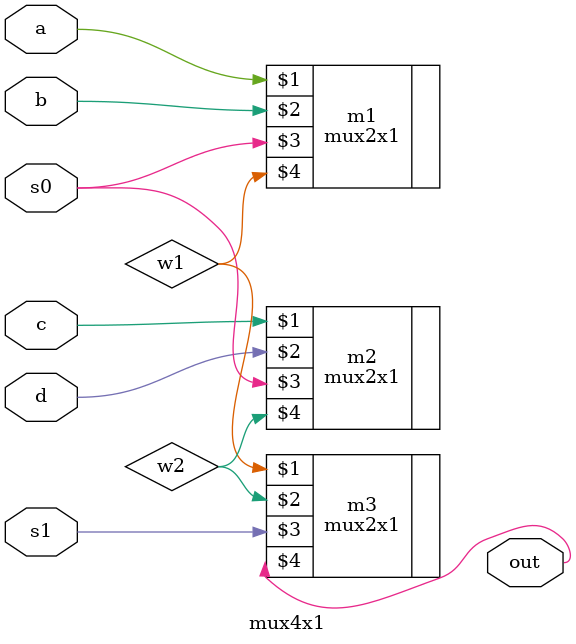
<source format=v>
`timescale 1ns / 1ps

module mux4x1(a,b,c,d,s0,s1,out);
    input a,b,c,d,s0,s1;
    output out;
    wire w1,w2;
    mux2x1 m1(a,b,s0,w1);
    mux2x1 m2(c,d,s0,w2);
    mux2x1 m3(w1,w2,s1,out);
endmodule

</source>
